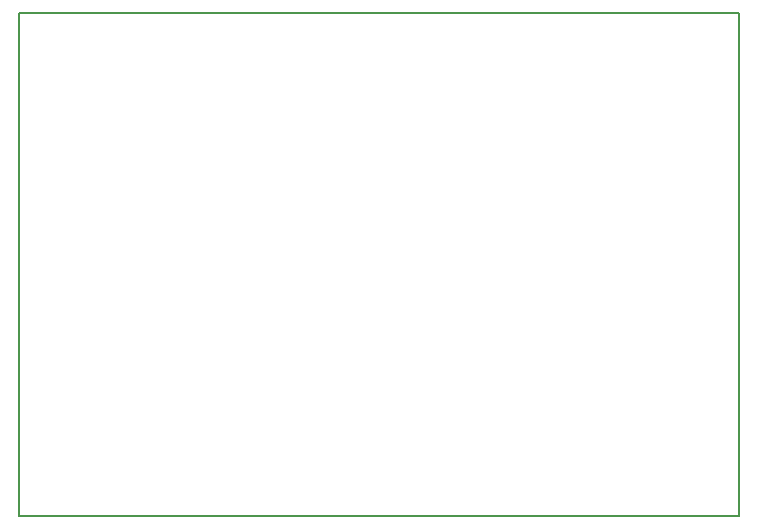
<source format=gko>
G04 Layer_Color=16711935*
%FSLAX24Y24*%
%MOIN*%
G70*
G01*
G75*
%ADD10C,0.0079*%
D10*
X19813Y29596D02*
Y46358D01*
X43819Y29596D02*
Y46358D01*
X19813Y29596D02*
X43819D01*
X32569Y46358D02*
X43819D01*
X19813D02*
X32569D01*
M02*

</source>
